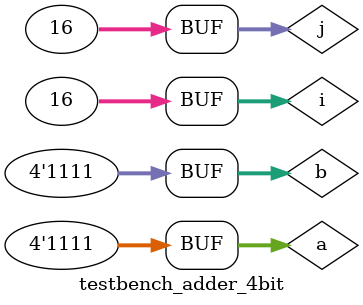
<source format=v>
module or_gate(y,a,b);
	input a,b;
	output y;
	wire x,z;
	nand(x,a,a);
	nand(z,b,b);
	nand(y,x,z);
endmodule

module and_gate(y,a,b);
	output y;
	input a,b;
	wire x;
	nand(x,a,b);
	nand(y,x,x);
endmodule

module xor_gate(y,a,b);
	input a,b;
	output y;
	wire z,x,w;
	nand(x,a,b);
	nand(w,a,x);
	nand(z,x,b);
	nand(y,w,z);
endmodule

module fulladder(s,c_out,a,b,c);
	input a,b,c;
	output s, c_out;
	wire x,y,z;
	xor_gate x1(x,a,b);
	xor_gate x2(s,x,c);
	and_gate a1(z,x,c);
	and_gate a2(y,a,b);
	or_gate o1(c_out,y,z);
endmodule	

module adder_4bit(y,a,b);
	output [3:0]y;
	input [3:0]a,b;
	wire [3:0]c;
	fulladder f1(y[0],c[0],a[0],b[0],1'b0);
	fulladder f2(y[1],c[1],a[1],b[1],c[0]);
	fulladder f3(y[2],c[2],a[2],b[2],c[1]);
	fulladder f4(y[3],c[3],a[3],b[3],c[2]);
endmodule	

module testbench_adder_4bit();
	reg [3:0]a,b;
	wire [3:0]y;
	integer i,j;
	adder_4bit a4(y,a,b);
	initial
		begin
			for(i=0;i<16;i=i+1)
				for(j=0;j<16;j=j+1)
					begin
						$monitor("a = %b, b = %b, y=%b",a,b,y);
						a=i;
						b=j; #10;
					end	
		end
endmodule			

</source>
